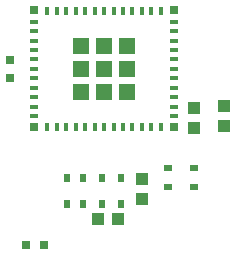
<source format=gbr>
G04 EAGLE Gerber RS-274X export*
G75*
%MOMM*%
%FSLAX34Y34*%
%LPD*%
%INSolderpaste Top*%
%IPPOS*%
%AMOC8*
5,1,8,0,0,1.08239X$1,22.5*%
G01*
%ADD10R,0.800000X0.800000*%
%ADD11R,1.000000X1.100000*%
%ADD12R,0.800000X0.400000*%
%ADD13R,0.400000X0.800000*%
%ADD14R,1.450000X1.450000*%
%ADD15R,0.700000X0.700000*%
%ADD16R,1.100000X1.000000*%
%ADD17R,0.500000X0.800000*%
%ADD18R,0.800000X0.500000*%


D10*
X281425Y231775D03*
X296425Y231775D03*
D11*
X342338Y254000D03*
X359338Y254000D03*
D12*
X288663Y421000D03*
X288663Y413000D03*
X288663Y405000D03*
X288663Y397000D03*
X288663Y389000D03*
X288663Y381000D03*
X288663Y373000D03*
X288663Y365000D03*
X288663Y357000D03*
X288663Y349000D03*
X288663Y341000D03*
D13*
X299663Y332000D03*
X307663Y332000D03*
X315663Y332000D03*
X323663Y332000D03*
X331663Y332000D03*
X339663Y332000D03*
X347663Y332000D03*
X355663Y332000D03*
X363663Y332000D03*
X371663Y332000D03*
X379663Y332000D03*
X387663Y332000D03*
X395663Y332000D03*
D12*
X406663Y341000D03*
X406663Y349000D03*
X406663Y357000D03*
X406663Y365000D03*
X406663Y373000D03*
X406663Y381000D03*
X406663Y389000D03*
X406663Y397000D03*
X406663Y405000D03*
X406663Y413000D03*
X406663Y421000D03*
D13*
X395663Y430000D03*
X387663Y430000D03*
X379663Y430000D03*
X371663Y430000D03*
X363663Y430000D03*
X355663Y430000D03*
X347663Y430000D03*
X339663Y430000D03*
X331663Y430000D03*
X323663Y430000D03*
X315663Y430000D03*
X307663Y430000D03*
X299663Y430000D03*
D14*
X347663Y381000D03*
X367413Y400750D03*
X347663Y400750D03*
X327913Y400750D03*
X327913Y381000D03*
X327913Y361250D03*
X347663Y361250D03*
X367413Y361250D03*
X367413Y381000D03*
D15*
X288163Y430500D03*
X288163Y331500D03*
X407163Y331500D03*
X407163Y430500D03*
D16*
X379413Y287900D03*
X379413Y270900D03*
D17*
X346075Y266813D03*
X346075Y288813D03*
X361950Y266813D03*
X361950Y288813D03*
X315913Y266813D03*
X315913Y288813D03*
X330200Y266813D03*
X330200Y288813D03*
D16*
X423863Y348225D03*
X423863Y331225D03*
X449263Y349813D03*
X449263Y332813D03*
D18*
X401750Y296863D03*
X423750Y296863D03*
X401750Y280988D03*
X423750Y280988D03*
D10*
X268288Y388500D03*
X268288Y373500D03*
M02*

</source>
